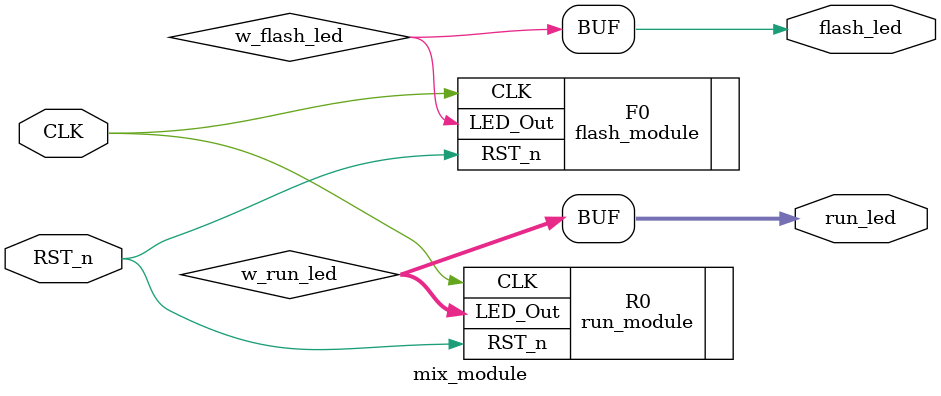
<source format=v>
`timescale 1ns / 1ps
module mix_module(
    CLK,
    RST_n,
    flash_led,
    run_led
    );
    
    input CLK;
    input RST_n;
    output flash_led;
    output [2:0] run_led;
    
    wire w_flash_led;
    wire [2:0] w_run_led;
    
    flash_module F0(.CLK(CLK), .RST_n(RST_n), .LED_Out(w_flash_led));
    run_module R0(.CLK(CLK), .RST_n(RST_n), .LED_Out(w_run_led));

    assign flash_led = w_flash_led;
    assign run_led = w_run_led;


endmodule

</source>
